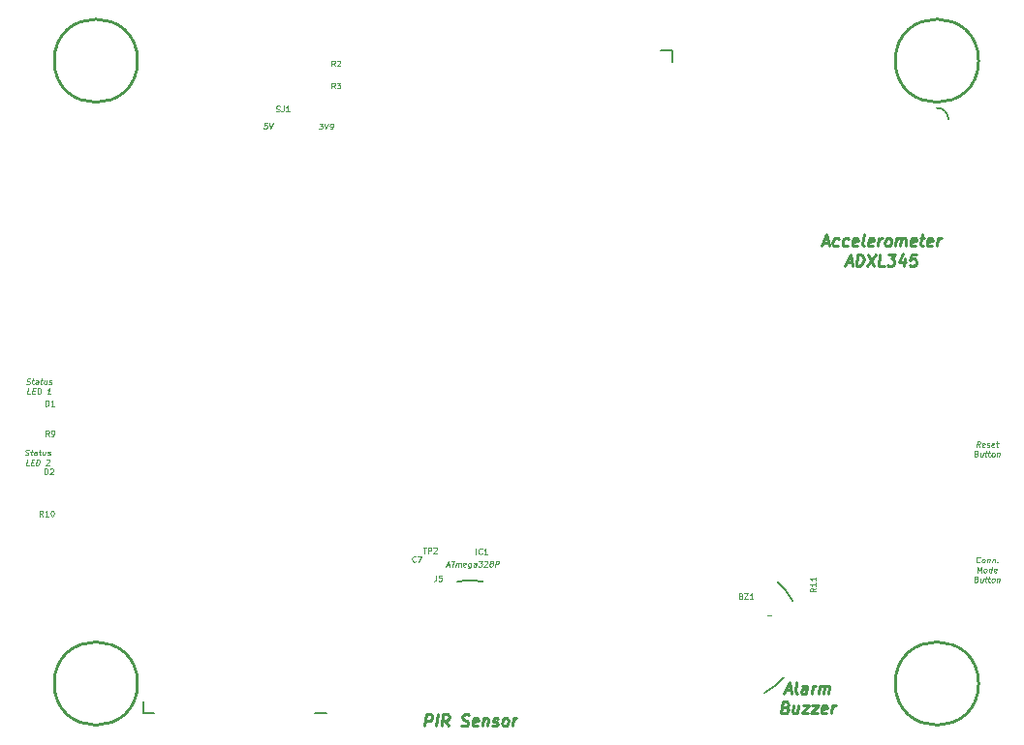
<source format=gbr>
G04 #@! TF.GenerationSoftware,KiCad,Pcbnew,(2017-02-22 revision 4c83b0a94)-master*
G04 #@! TF.CreationDate,2017-05-12T13:52:34+03:00*
G04 #@! TF.ProjectId,T-AIM,542D41494D2E6B696361645F70636200,rev?*
G04 #@! TF.FileFunction,Other,ECO1*
%FSLAX46Y46*%
G04 Gerber Fmt 4.6, Leading zero omitted, Abs format (unit mm)*
G04 Created by KiCad (PCBNEW (2017-02-22 revision 4c83b0a94)-master) date Fri May 12 13:52:34 2017*
%MOMM*%
%LPD*%
G01*
G04 APERTURE LIST*
%ADD92C,0.100000*%
%ADD93C,0.125000*%
%ADD94C,0.200000*%
%ADD95C,0.250000*%
G04 APERTURE END LIST*
D92*
D93*
X146880022Y-64826190D02*
X147189546Y-64826190D01*
X146999069Y-65016666D01*
X147070498Y-65016666D01*
X147115141Y-65040476D01*
X147135974Y-65064285D01*
X147153831Y-65111904D01*
X147138950Y-65230952D01*
X147109188Y-65278571D01*
X147082403Y-65302380D01*
X147031808Y-65326190D01*
X146888950Y-65326190D01*
X146844308Y-65302380D01*
X146823474Y-65278571D01*
X147332403Y-64826190D02*
X147436569Y-65326190D01*
X147665736Y-64826190D01*
X147793712Y-65326190D02*
X147888950Y-65326190D01*
X147939546Y-65302380D01*
X147966331Y-65278571D01*
X148022879Y-65207142D01*
X148058593Y-65111904D01*
X148082403Y-64921428D01*
X148064546Y-64873809D01*
X148043712Y-64850000D01*
X147999069Y-64826190D01*
X147903831Y-64826190D01*
X147853236Y-64850000D01*
X147826450Y-64873809D01*
X147796688Y-64921428D01*
X147781808Y-65040476D01*
X147799665Y-65088095D01*
X147820498Y-65111904D01*
X147865141Y-65135714D01*
X147960379Y-65135714D01*
X148010974Y-65111904D01*
X148037760Y-65088095D01*
X148067522Y-65040476D01*
X142328831Y-64776190D02*
X142090736Y-64776190D01*
X142037165Y-65014285D01*
X142063950Y-64990476D01*
X142114546Y-64966666D01*
X142233593Y-64966666D01*
X142278236Y-64990476D01*
X142299069Y-65014285D01*
X142316927Y-65061904D01*
X142302046Y-65180952D01*
X142272284Y-65228571D01*
X142245498Y-65252380D01*
X142194903Y-65276190D01*
X142075855Y-65276190D01*
X142031212Y-65252380D01*
X142010379Y-65228571D01*
X142495498Y-64776190D02*
X142599665Y-65276190D01*
X142828831Y-64776190D01*
X157979617Y-103461333D02*
X158217712Y-103461333D01*
X157914141Y-103604190D02*
X158143308Y-103104190D01*
X158247474Y-103604190D01*
X158405212Y-103104190D02*
X158690927Y-103104190D01*
X158485569Y-103604190D02*
X158548069Y-103104190D01*
X158795093Y-103604190D02*
X158836760Y-103270857D01*
X158830808Y-103318476D02*
X158857593Y-103294666D01*
X158908188Y-103270857D01*
X158979617Y-103270857D01*
X159024260Y-103294666D01*
X159042117Y-103342285D01*
X159009379Y-103604190D01*
X159042117Y-103342285D02*
X159071879Y-103294666D01*
X159122474Y-103270857D01*
X159193903Y-103270857D01*
X159238546Y-103294666D01*
X159256403Y-103342285D01*
X159223665Y-103604190D01*
X159655212Y-103580380D02*
X159604617Y-103604190D01*
X159509379Y-103604190D01*
X159464736Y-103580380D01*
X159446879Y-103532761D01*
X159470688Y-103342285D01*
X159500450Y-103294666D01*
X159551046Y-103270857D01*
X159646284Y-103270857D01*
X159690927Y-103294666D01*
X159708784Y-103342285D01*
X159702831Y-103389904D01*
X159458784Y-103437523D01*
X160146284Y-103270857D02*
X160095688Y-103675619D01*
X160065927Y-103723238D01*
X160039141Y-103747047D01*
X159988546Y-103770857D01*
X159917117Y-103770857D01*
X159872474Y-103747047D01*
X160107593Y-103580380D02*
X160056998Y-103604190D01*
X159961760Y-103604190D01*
X159917117Y-103580380D01*
X159896284Y-103556571D01*
X159878427Y-103508952D01*
X159896284Y-103366095D01*
X159926046Y-103318476D01*
X159952831Y-103294666D01*
X160003427Y-103270857D01*
X160098665Y-103270857D01*
X160143308Y-103294666D01*
X160556998Y-103604190D02*
X160589736Y-103342285D01*
X160571879Y-103294666D01*
X160527236Y-103270857D01*
X160431998Y-103270857D01*
X160381403Y-103294666D01*
X160559974Y-103580380D02*
X160509379Y-103604190D01*
X160390331Y-103604190D01*
X160345688Y-103580380D01*
X160327831Y-103532761D01*
X160333784Y-103485142D01*
X160363546Y-103437523D01*
X160414141Y-103413714D01*
X160533188Y-103413714D01*
X160583784Y-103389904D01*
X160809974Y-103104190D02*
X161119498Y-103104190D01*
X160929022Y-103294666D01*
X161000450Y-103294666D01*
X161045093Y-103318476D01*
X161065927Y-103342285D01*
X161083784Y-103389904D01*
X161068903Y-103508952D01*
X161039141Y-103556571D01*
X161012355Y-103580380D01*
X160961760Y-103604190D01*
X160818903Y-103604190D01*
X160774260Y-103580380D01*
X160753427Y-103556571D01*
X161304022Y-103151809D02*
X161330808Y-103128000D01*
X161381403Y-103104190D01*
X161500450Y-103104190D01*
X161545093Y-103128000D01*
X161565927Y-103151809D01*
X161583784Y-103199428D01*
X161577831Y-103247047D01*
X161545093Y-103318476D01*
X161223665Y-103604190D01*
X161533188Y-103604190D01*
X161854617Y-103318476D02*
X161809974Y-103294666D01*
X161789141Y-103270857D01*
X161771284Y-103223238D01*
X161774260Y-103199428D01*
X161804022Y-103151809D01*
X161830808Y-103128000D01*
X161881403Y-103104190D01*
X161976641Y-103104190D01*
X162021284Y-103128000D01*
X162042117Y-103151809D01*
X162059974Y-103199428D01*
X162056998Y-103223238D01*
X162027236Y-103270857D01*
X162000450Y-103294666D01*
X161949855Y-103318476D01*
X161854617Y-103318476D01*
X161804022Y-103342285D01*
X161777236Y-103366095D01*
X161747474Y-103413714D01*
X161735569Y-103508952D01*
X161753427Y-103556571D01*
X161774260Y-103580380D01*
X161818903Y-103604190D01*
X161914141Y-103604190D01*
X161964736Y-103580380D01*
X161991522Y-103556571D01*
X162021284Y-103508952D01*
X162033188Y-103413714D01*
X162015331Y-103366095D01*
X161994498Y-103342285D01*
X161949855Y-103318476D01*
X162223665Y-103604190D02*
X162286165Y-103104190D01*
X162476641Y-103104190D01*
X162521284Y-103128000D01*
X162542117Y-103151809D01*
X162559974Y-103199428D01*
X162551046Y-103270857D01*
X162521284Y-103318476D01*
X162494498Y-103342285D01*
X162443903Y-103366095D01*
X162253427Y-103366095D01*
X121156212Y-93839880D02*
X121224665Y-93863690D01*
X121343712Y-93863690D01*
X121394308Y-93839880D01*
X121421093Y-93816071D01*
X121450855Y-93768452D01*
X121456808Y-93720833D01*
X121438950Y-93673214D01*
X121418117Y-93649404D01*
X121373474Y-93625595D01*
X121281212Y-93601785D01*
X121236569Y-93577976D01*
X121215736Y-93554166D01*
X121197879Y-93506547D01*
X121203831Y-93458928D01*
X121233593Y-93411309D01*
X121260379Y-93387500D01*
X121310974Y-93363690D01*
X121430022Y-93363690D01*
X121498474Y-93387500D01*
X121623474Y-93530357D02*
X121813950Y-93530357D01*
X121715736Y-93363690D02*
X121662165Y-93792261D01*
X121680022Y-93839880D01*
X121724665Y-93863690D01*
X121772284Y-93863690D01*
X122153236Y-93863690D02*
X122185974Y-93601785D01*
X122168117Y-93554166D01*
X122123474Y-93530357D01*
X122028236Y-93530357D01*
X121977641Y-93554166D01*
X122156212Y-93839880D02*
X122105617Y-93863690D01*
X121986569Y-93863690D01*
X121941927Y-93839880D01*
X121924069Y-93792261D01*
X121930022Y-93744642D01*
X121959784Y-93697023D01*
X122010379Y-93673214D01*
X122129427Y-93673214D01*
X122180022Y-93649404D01*
X122361569Y-93530357D02*
X122552046Y-93530357D01*
X122453831Y-93363690D02*
X122400260Y-93792261D01*
X122418117Y-93839880D01*
X122462760Y-93863690D01*
X122510379Y-93863690D01*
X122932998Y-93530357D02*
X122891331Y-93863690D01*
X122718712Y-93530357D02*
X122685974Y-93792261D01*
X122703831Y-93839880D01*
X122748474Y-93863690D01*
X122819903Y-93863690D01*
X122870498Y-93839880D01*
X122897284Y-93816071D01*
X123108593Y-93839880D02*
X123153236Y-93863690D01*
X123248474Y-93863690D01*
X123299069Y-93839880D01*
X123328831Y-93792261D01*
X123331808Y-93768452D01*
X123313950Y-93720833D01*
X123269308Y-93697023D01*
X123197879Y-93697023D01*
X123153236Y-93673214D01*
X123135379Y-93625595D01*
X123138355Y-93601785D01*
X123168117Y-93554166D01*
X123218712Y-93530357D01*
X123290141Y-93530357D01*
X123334784Y-93554166D01*
X121486569Y-94738690D02*
X121248474Y-94738690D01*
X121310974Y-94238690D01*
X121685974Y-94476785D02*
X121852641Y-94476785D01*
X121891331Y-94738690D02*
X121653236Y-94738690D01*
X121715736Y-94238690D01*
X121953831Y-94238690D01*
X122105617Y-94738690D02*
X122168117Y-94238690D01*
X122287165Y-94238690D01*
X122355617Y-94262500D01*
X122397284Y-94310119D01*
X122415141Y-94357738D01*
X122427046Y-94452976D01*
X122418117Y-94524404D01*
X122382403Y-94619642D01*
X122352641Y-94667261D01*
X122299069Y-94714880D01*
X122224665Y-94738690D01*
X122105617Y-94738690D01*
X123019308Y-94286309D02*
X123046093Y-94262500D01*
X123096688Y-94238690D01*
X123215736Y-94238690D01*
X123260379Y-94262500D01*
X123281212Y-94286309D01*
X123299069Y-94333928D01*
X123293117Y-94381547D01*
X123260379Y-94452976D01*
X122938950Y-94738690D01*
X123248474Y-94738690D01*
X121281212Y-87614880D02*
X121349665Y-87638690D01*
X121468712Y-87638690D01*
X121519308Y-87614880D01*
X121546093Y-87591071D01*
X121575855Y-87543452D01*
X121581808Y-87495833D01*
X121563950Y-87448214D01*
X121543117Y-87424404D01*
X121498474Y-87400595D01*
X121406212Y-87376785D01*
X121361569Y-87352976D01*
X121340736Y-87329166D01*
X121322879Y-87281547D01*
X121328831Y-87233928D01*
X121358593Y-87186309D01*
X121385379Y-87162500D01*
X121435974Y-87138690D01*
X121555022Y-87138690D01*
X121623474Y-87162500D01*
X121748474Y-87305357D02*
X121938950Y-87305357D01*
X121840736Y-87138690D02*
X121787165Y-87567261D01*
X121805022Y-87614880D01*
X121849665Y-87638690D01*
X121897284Y-87638690D01*
X122278236Y-87638690D02*
X122310974Y-87376785D01*
X122293117Y-87329166D01*
X122248474Y-87305357D01*
X122153236Y-87305357D01*
X122102641Y-87329166D01*
X122281212Y-87614880D02*
X122230617Y-87638690D01*
X122111569Y-87638690D01*
X122066927Y-87614880D01*
X122049069Y-87567261D01*
X122055022Y-87519642D01*
X122084784Y-87472023D01*
X122135379Y-87448214D01*
X122254427Y-87448214D01*
X122305022Y-87424404D01*
X122486569Y-87305357D02*
X122677046Y-87305357D01*
X122578831Y-87138690D02*
X122525260Y-87567261D01*
X122543117Y-87614880D01*
X122587760Y-87638690D01*
X122635379Y-87638690D01*
X123057998Y-87305357D02*
X123016331Y-87638690D01*
X122843712Y-87305357D02*
X122810974Y-87567261D01*
X122828831Y-87614880D01*
X122873474Y-87638690D01*
X122944903Y-87638690D01*
X122995498Y-87614880D01*
X123022284Y-87591071D01*
X123233593Y-87614880D02*
X123278236Y-87638690D01*
X123373474Y-87638690D01*
X123424069Y-87614880D01*
X123453831Y-87567261D01*
X123456808Y-87543452D01*
X123438950Y-87495833D01*
X123394308Y-87472023D01*
X123322879Y-87472023D01*
X123278236Y-87448214D01*
X123260379Y-87400595D01*
X123263355Y-87376785D01*
X123293117Y-87329166D01*
X123343712Y-87305357D01*
X123415141Y-87305357D01*
X123459784Y-87329166D01*
X121611569Y-88513690D02*
X121373474Y-88513690D01*
X121435974Y-88013690D01*
X121810974Y-88251785D02*
X121977641Y-88251785D01*
X122016331Y-88513690D02*
X121778236Y-88513690D01*
X121840736Y-88013690D01*
X122078831Y-88013690D01*
X122230617Y-88513690D02*
X122293117Y-88013690D01*
X122412165Y-88013690D01*
X122480617Y-88037500D01*
X122522284Y-88085119D01*
X122540141Y-88132738D01*
X122552046Y-88227976D01*
X122543117Y-88299404D01*
X122507403Y-88394642D01*
X122477641Y-88442261D01*
X122424069Y-88489880D01*
X122349665Y-88513690D01*
X122230617Y-88513690D01*
X123373474Y-88513690D02*
X123087760Y-88513690D01*
X123230617Y-88513690D02*
X123293117Y-88013690D01*
X123236569Y-88085119D01*
X123182998Y-88132738D01*
X123132403Y-88156547D01*
D94*
X188245500Y-106646690D02*
G75*
G03X186922878Y-104960885I-5322622J-2814195D01*
G01*
X185758181Y-114666450D02*
G75*
G03X187443986Y-113343828I-2814195J5322622D01*
G01*
X161164575Y-104925381D02*
G75*
G03X158925000Y-104925000I-1120589J-4718447D01*
G01*
X146468986Y-116393828D02*
X147518986Y-116393828D01*
X177700581Y-58398141D02*
X176687192Y-58398141D01*
X177700581Y-59411530D02*
X177700581Y-58398141D01*
D95*
X187605282Y-114416666D02*
X188081473Y-114416666D01*
X187474330Y-114702380D02*
X187932663Y-113702380D01*
X188140997Y-114702380D01*
X188617187Y-114702380D02*
X188527901Y-114654761D01*
X188492187Y-114559523D01*
X188599330Y-113702380D01*
X189426711Y-114702380D02*
X189492187Y-114178571D01*
X189456473Y-114083333D01*
X189367187Y-114035714D01*
X189176711Y-114035714D01*
X189075520Y-114083333D01*
X189432663Y-114654761D02*
X189331473Y-114702380D01*
X189093377Y-114702380D01*
X189004092Y-114654761D01*
X188968377Y-114559523D01*
X188980282Y-114464285D01*
X189039806Y-114369047D01*
X189140997Y-114321428D01*
X189379092Y-114321428D01*
X189480282Y-114273809D01*
X189902901Y-114702380D02*
X189986235Y-114035714D01*
X189962425Y-114226190D02*
X190021949Y-114130952D01*
X190075520Y-114083333D01*
X190176711Y-114035714D01*
X190271949Y-114035714D01*
X190521949Y-114702380D02*
X190605282Y-114035714D01*
X190593377Y-114130952D02*
X190646949Y-114083333D01*
X190748139Y-114035714D01*
X190890997Y-114035714D01*
X190980282Y-114083333D01*
X191015997Y-114178571D01*
X190950520Y-114702380D01*
X191015997Y-114178571D02*
X191075520Y-114083333D01*
X191176711Y-114035714D01*
X191319568Y-114035714D01*
X191408854Y-114083333D01*
X191444568Y-114178571D01*
X191379092Y-114702380D01*
X187635044Y-115928571D02*
X187771949Y-115976190D01*
X187813616Y-116023809D01*
X187849330Y-116119047D01*
X187831473Y-116261904D01*
X187771949Y-116357142D01*
X187718377Y-116404761D01*
X187617187Y-116452380D01*
X187236235Y-116452380D01*
X187361235Y-115452380D01*
X187694568Y-115452380D01*
X187783854Y-115500000D01*
X187825520Y-115547619D01*
X187861235Y-115642857D01*
X187849330Y-115738095D01*
X187789806Y-115833333D01*
X187736235Y-115880952D01*
X187635044Y-115928571D01*
X187301711Y-115928571D01*
X188748139Y-115785714D02*
X188664806Y-116452380D01*
X188319568Y-115785714D02*
X188254092Y-116309523D01*
X188289806Y-116404761D01*
X188379092Y-116452380D01*
X188521949Y-116452380D01*
X188623139Y-116404761D01*
X188676711Y-116357142D01*
X189129092Y-115785714D02*
X189652901Y-115785714D01*
X189045758Y-116452380D01*
X189569568Y-116452380D01*
X189938616Y-115785714D02*
X190462425Y-115785714D01*
X189855282Y-116452380D01*
X190379092Y-116452380D01*
X191146949Y-116404761D02*
X191045758Y-116452380D01*
X190855282Y-116452380D01*
X190765997Y-116404761D01*
X190730282Y-116309523D01*
X190777901Y-115928571D01*
X190837425Y-115833333D01*
X190938616Y-115785714D01*
X191129092Y-115785714D01*
X191218377Y-115833333D01*
X191254092Y-115928571D01*
X191242187Y-116023809D01*
X190754092Y-116119047D01*
X191617187Y-116452380D02*
X191700520Y-115785714D01*
X191676711Y-115976190D02*
X191736235Y-115880952D01*
X191789806Y-115833333D01*
X191890997Y-115785714D01*
X191986235Y-115785714D01*
D94*
X131518986Y-116393828D02*
X132447021Y-116393828D01*
X131518986Y-115393828D02*
X131518986Y-116393828D01*
X201850000Y-64475000D02*
G75*
G03X200850000Y-63475000I-1000000J0D01*
G01*
D92*
X204576553Y-93145018D02*
X204439648Y-92906923D01*
X204290839Y-93145018D02*
X204353339Y-92645018D01*
X204543815Y-92645018D01*
X204588458Y-92668828D01*
X204609291Y-92692637D01*
X204627148Y-92740256D01*
X204618220Y-92811685D01*
X204588458Y-92859304D01*
X204561672Y-92883113D01*
X204511077Y-92906923D01*
X204320601Y-92906923D01*
X204984291Y-93121208D02*
X204933696Y-93145018D01*
X204838458Y-93145018D01*
X204793815Y-93121208D01*
X204775958Y-93073589D01*
X204799767Y-92883113D01*
X204829529Y-92835494D01*
X204880125Y-92811685D01*
X204975363Y-92811685D01*
X205020005Y-92835494D01*
X205037863Y-92883113D01*
X205031910Y-92930732D01*
X204787863Y-92978351D01*
X205198577Y-93121208D02*
X205243220Y-93145018D01*
X205338458Y-93145018D01*
X205389053Y-93121208D01*
X205418815Y-93073589D01*
X205421791Y-93049780D01*
X205403934Y-93002161D01*
X205359291Y-92978351D01*
X205287863Y-92978351D01*
X205243220Y-92954542D01*
X205225363Y-92906923D01*
X205228339Y-92883113D01*
X205258101Y-92835494D01*
X205308696Y-92811685D01*
X205380125Y-92811685D01*
X205424767Y-92835494D01*
X205817625Y-93121208D02*
X205767029Y-93145018D01*
X205671791Y-93145018D01*
X205627148Y-93121208D01*
X205609291Y-93073589D01*
X205633101Y-92883113D01*
X205662863Y-92835494D01*
X205713458Y-92811685D01*
X205808696Y-92811685D01*
X205853339Y-92835494D01*
X205871196Y-92883113D01*
X205865244Y-92930732D01*
X205621196Y-92978351D01*
X206022982Y-92811685D02*
X206213458Y-92811685D01*
X206115244Y-92645018D02*
X206061672Y-93073589D01*
X206079529Y-93121208D01*
X206124172Y-93145018D01*
X206171791Y-93145018D01*
X204299767Y-93733113D02*
X204368220Y-93756923D01*
X204389053Y-93780732D01*
X204406910Y-93828351D01*
X204397982Y-93899780D01*
X204368220Y-93947399D01*
X204341434Y-93971208D01*
X204290839Y-93995018D01*
X204100363Y-93995018D01*
X204162863Y-93495018D01*
X204329529Y-93495018D01*
X204374172Y-93518828D01*
X204395005Y-93542637D01*
X204412863Y-93590256D01*
X204406910Y-93637875D01*
X204377148Y-93685494D01*
X204350363Y-93709304D01*
X204299767Y-93733113D01*
X204133101Y-93733113D01*
X204856315Y-93661685D02*
X204814648Y-93995018D01*
X204642029Y-93661685D02*
X204609291Y-93923589D01*
X204627148Y-93971208D01*
X204671791Y-93995018D01*
X204743220Y-93995018D01*
X204793815Y-93971208D01*
X204820601Y-93947399D01*
X205022982Y-93661685D02*
X205213458Y-93661685D01*
X205115244Y-93495018D02*
X205061672Y-93923589D01*
X205079529Y-93971208D01*
X205124172Y-93995018D01*
X205171791Y-93995018D01*
X205308696Y-93661685D02*
X205499172Y-93661685D01*
X205400958Y-93495018D02*
X205347386Y-93923589D01*
X205365244Y-93971208D01*
X205409886Y-93995018D01*
X205457505Y-93995018D01*
X205695601Y-93995018D02*
X205650958Y-93971208D01*
X205630125Y-93947399D01*
X205612267Y-93899780D01*
X205630125Y-93756923D01*
X205659886Y-93709304D01*
X205686672Y-93685494D01*
X205737267Y-93661685D01*
X205808696Y-93661685D01*
X205853339Y-93685494D01*
X205874172Y-93709304D01*
X205892029Y-93756923D01*
X205874172Y-93899780D01*
X205844410Y-93947399D01*
X205817625Y-93971208D01*
X205767029Y-93995018D01*
X205695601Y-93995018D01*
X206118220Y-93661685D02*
X206076553Y-93995018D01*
X206112267Y-93709304D02*
X206139053Y-93685494D01*
X206189648Y-93661685D01*
X206261077Y-93661685D01*
X206305720Y-93685494D01*
X206323577Y-93733113D01*
X206290839Y-93995018D01*
X204558696Y-103214571D02*
X204531910Y-103238380D01*
X204457505Y-103262190D01*
X204409886Y-103262190D01*
X204341434Y-103238380D01*
X204299767Y-103190761D01*
X204281910Y-103143142D01*
X204270005Y-103047904D01*
X204278934Y-102976476D01*
X204314648Y-102881238D01*
X204344410Y-102833619D01*
X204397982Y-102786000D01*
X204472386Y-102762190D01*
X204520005Y-102762190D01*
X204588458Y-102786000D01*
X204609291Y-102809809D01*
X204838458Y-103262190D02*
X204793815Y-103238380D01*
X204772982Y-103214571D01*
X204755125Y-103166952D01*
X204772982Y-103024095D01*
X204802744Y-102976476D01*
X204829529Y-102952666D01*
X204880125Y-102928857D01*
X204951553Y-102928857D01*
X204996196Y-102952666D01*
X205017029Y-102976476D01*
X205034886Y-103024095D01*
X205017029Y-103166952D01*
X204987267Y-103214571D01*
X204960482Y-103238380D01*
X204909886Y-103262190D01*
X204838458Y-103262190D01*
X205261077Y-102928857D02*
X205219410Y-103262190D01*
X205255125Y-102976476D02*
X205281910Y-102952666D01*
X205332505Y-102928857D01*
X205403934Y-102928857D01*
X205448577Y-102952666D01*
X205466434Y-103000285D01*
X205433696Y-103262190D01*
X205713458Y-102928857D02*
X205671791Y-103262190D01*
X205707505Y-102976476D02*
X205734291Y-102952666D01*
X205784886Y-102928857D01*
X205856315Y-102928857D01*
X205900958Y-102952666D01*
X205918815Y-103000285D01*
X205886077Y-103262190D01*
X206130125Y-103214571D02*
X206150958Y-103238380D01*
X206124172Y-103262190D01*
X206103339Y-103238380D01*
X206130125Y-103214571D01*
X206124172Y-103262190D01*
X204362267Y-104112190D02*
X204424767Y-103612190D01*
X204546791Y-103969333D01*
X204758101Y-103612190D01*
X204695601Y-104112190D01*
X205005125Y-104112190D02*
X204960482Y-104088380D01*
X204939648Y-104064571D01*
X204921791Y-104016952D01*
X204939648Y-103874095D01*
X204969410Y-103826476D01*
X204996196Y-103802666D01*
X205046791Y-103778857D01*
X205118220Y-103778857D01*
X205162863Y-103802666D01*
X205183696Y-103826476D01*
X205201553Y-103874095D01*
X205183696Y-104016952D01*
X205153934Y-104064571D01*
X205127148Y-104088380D01*
X205076553Y-104112190D01*
X205005125Y-104112190D01*
X205600363Y-104112190D02*
X205662863Y-103612190D01*
X205603339Y-104088380D02*
X205552744Y-104112190D01*
X205457505Y-104112190D01*
X205412863Y-104088380D01*
X205392029Y-104064571D01*
X205374172Y-104016952D01*
X205392029Y-103874095D01*
X205421791Y-103826476D01*
X205448577Y-103802666D01*
X205499172Y-103778857D01*
X205594410Y-103778857D01*
X205639053Y-103802666D01*
X206031910Y-104088380D02*
X205981315Y-104112190D01*
X205886077Y-104112190D01*
X205841434Y-104088380D01*
X205823577Y-104040761D01*
X205847386Y-103850285D01*
X205877148Y-103802666D01*
X205927744Y-103778857D01*
X206022982Y-103778857D01*
X206067625Y-103802666D01*
X206085482Y-103850285D01*
X206079529Y-103897904D01*
X205835482Y-103945523D01*
X204299767Y-104700285D02*
X204368220Y-104724095D01*
X204389053Y-104747904D01*
X204406910Y-104795523D01*
X204397982Y-104866952D01*
X204368220Y-104914571D01*
X204341434Y-104938380D01*
X204290839Y-104962190D01*
X204100363Y-104962190D01*
X204162863Y-104462190D01*
X204329529Y-104462190D01*
X204374172Y-104486000D01*
X204395005Y-104509809D01*
X204412863Y-104557428D01*
X204406910Y-104605047D01*
X204377148Y-104652666D01*
X204350363Y-104676476D01*
X204299767Y-104700285D01*
X204133101Y-104700285D01*
X204856315Y-104628857D02*
X204814648Y-104962190D01*
X204642029Y-104628857D02*
X204609291Y-104890761D01*
X204627148Y-104938380D01*
X204671791Y-104962190D01*
X204743220Y-104962190D01*
X204793815Y-104938380D01*
X204820601Y-104914571D01*
X205022982Y-104628857D02*
X205213458Y-104628857D01*
X205115244Y-104462190D02*
X205061672Y-104890761D01*
X205079529Y-104938380D01*
X205124172Y-104962190D01*
X205171791Y-104962190D01*
X205308696Y-104628857D02*
X205499172Y-104628857D01*
X205400958Y-104462190D02*
X205347386Y-104890761D01*
X205365244Y-104938380D01*
X205409886Y-104962190D01*
X205457505Y-104962190D01*
X205695601Y-104962190D02*
X205650958Y-104938380D01*
X205630125Y-104914571D01*
X205612267Y-104866952D01*
X205630125Y-104724095D01*
X205659886Y-104676476D01*
X205686672Y-104652666D01*
X205737267Y-104628857D01*
X205808696Y-104628857D01*
X205853339Y-104652666D01*
X205874172Y-104676476D01*
X205892029Y-104724095D01*
X205874172Y-104866952D01*
X205844410Y-104914571D01*
X205817625Y-104938380D01*
X205767029Y-104962190D01*
X205695601Y-104962190D01*
X206118220Y-104628857D02*
X206076553Y-104962190D01*
X206112267Y-104676476D02*
X206139053Y-104652666D01*
X206189648Y-104628857D01*
X206261077Y-104628857D01*
X206305720Y-104652666D01*
X206323577Y-104700285D01*
X206290839Y-104962190D01*
D95*
X156087363Y-117546380D02*
X156212363Y-116546380D01*
X156593316Y-116546380D01*
X156682602Y-116594000D01*
X156724268Y-116641619D01*
X156759983Y-116736857D01*
X156742125Y-116879714D01*
X156682602Y-116974952D01*
X156629030Y-117022571D01*
X156527840Y-117070190D01*
X156146887Y-117070190D01*
X157087363Y-117546380D02*
X157212363Y-116546380D01*
X158134983Y-117546380D02*
X157861173Y-117070190D01*
X157563554Y-117546380D02*
X157688554Y-116546380D01*
X158069506Y-116546380D01*
X158158792Y-116594000D01*
X158200459Y-116641619D01*
X158236173Y-116736857D01*
X158218316Y-116879714D01*
X158158792Y-116974952D01*
X158105221Y-117022571D01*
X158004030Y-117070190D01*
X157623078Y-117070190D01*
X159283792Y-117498761D02*
X159420697Y-117546380D01*
X159658792Y-117546380D01*
X159759983Y-117498761D01*
X159813554Y-117451142D01*
X159873078Y-117355904D01*
X159884983Y-117260666D01*
X159849268Y-117165428D01*
X159807602Y-117117809D01*
X159718316Y-117070190D01*
X159533792Y-117022571D01*
X159444506Y-116974952D01*
X159402840Y-116927333D01*
X159367125Y-116832095D01*
X159379030Y-116736857D01*
X159438554Y-116641619D01*
X159492125Y-116594000D01*
X159593316Y-116546380D01*
X159831411Y-116546380D01*
X159968316Y-116594000D01*
X160664744Y-117498761D02*
X160563554Y-117546380D01*
X160373078Y-117546380D01*
X160283792Y-117498761D01*
X160248078Y-117403523D01*
X160295697Y-117022571D01*
X160355221Y-116927333D01*
X160456411Y-116879714D01*
X160646887Y-116879714D01*
X160736173Y-116927333D01*
X160771887Y-117022571D01*
X160759983Y-117117809D01*
X160271887Y-117213047D01*
X161218316Y-116879714D02*
X161134983Y-117546380D01*
X161206411Y-116974952D02*
X161259983Y-116927333D01*
X161361173Y-116879714D01*
X161504030Y-116879714D01*
X161593316Y-116927333D01*
X161629030Y-117022571D01*
X161563554Y-117546380D01*
X161998078Y-117498761D02*
X162087363Y-117546380D01*
X162277840Y-117546380D01*
X162379030Y-117498761D01*
X162438554Y-117403523D01*
X162444506Y-117355904D01*
X162408792Y-117260666D01*
X162319506Y-117213047D01*
X162176649Y-117213047D01*
X162087363Y-117165428D01*
X162051649Y-117070190D01*
X162057602Y-117022571D01*
X162117125Y-116927333D01*
X162218316Y-116879714D01*
X162361173Y-116879714D01*
X162450459Y-116927333D01*
X162992125Y-117546380D02*
X162902840Y-117498761D01*
X162861173Y-117451142D01*
X162825459Y-117355904D01*
X162861173Y-117070190D01*
X162920697Y-116974952D01*
X162974268Y-116927333D01*
X163075459Y-116879714D01*
X163218316Y-116879714D01*
X163307602Y-116927333D01*
X163349268Y-116974952D01*
X163384983Y-117070190D01*
X163349268Y-117355904D01*
X163289744Y-117451142D01*
X163236173Y-117498761D01*
X163134983Y-117546380D01*
X162992125Y-117546380D01*
X163754030Y-117546380D02*
X163837363Y-116879714D01*
X163813554Y-117070190D02*
X163873078Y-116974952D01*
X163926649Y-116927333D01*
X164027840Y-116879714D01*
X164123078Y-116879714D01*
X190882602Y-75260494D02*
X191358792Y-75260494D01*
X190751649Y-75546208D02*
X191209983Y-74546208D01*
X191418316Y-75546208D01*
X192186173Y-75498589D02*
X192084983Y-75546208D01*
X191894506Y-75546208D01*
X191805221Y-75498589D01*
X191763554Y-75450970D01*
X191727840Y-75355732D01*
X191763554Y-75070018D01*
X191823078Y-74974780D01*
X191876649Y-74927161D01*
X191977840Y-74879542D01*
X192168316Y-74879542D01*
X192257602Y-74927161D01*
X193043316Y-75498589D02*
X192942125Y-75546208D01*
X192751649Y-75546208D01*
X192662363Y-75498589D01*
X192620697Y-75450970D01*
X192584983Y-75355732D01*
X192620697Y-75070018D01*
X192680221Y-74974780D01*
X192733792Y-74927161D01*
X192834983Y-74879542D01*
X193025459Y-74879542D01*
X193114744Y-74927161D01*
X193852840Y-75498589D02*
X193751649Y-75546208D01*
X193561173Y-75546208D01*
X193471887Y-75498589D01*
X193436173Y-75403351D01*
X193483792Y-75022399D01*
X193543316Y-74927161D01*
X193644506Y-74879542D01*
X193834983Y-74879542D01*
X193924268Y-74927161D01*
X193959983Y-75022399D01*
X193948078Y-75117637D01*
X193459983Y-75212875D01*
X194465935Y-75546208D02*
X194376649Y-75498589D01*
X194340935Y-75403351D01*
X194448078Y-74546208D01*
X195233792Y-75498589D02*
X195132602Y-75546208D01*
X194942125Y-75546208D01*
X194852840Y-75498589D01*
X194817125Y-75403351D01*
X194864744Y-75022399D01*
X194924268Y-74927161D01*
X195025459Y-74879542D01*
X195215935Y-74879542D01*
X195305221Y-74927161D01*
X195340935Y-75022399D01*
X195329030Y-75117637D01*
X194840935Y-75212875D01*
X195704030Y-75546208D02*
X195787363Y-74879542D01*
X195763554Y-75070018D02*
X195823078Y-74974780D01*
X195876649Y-74927161D01*
X195977840Y-74879542D01*
X196073078Y-74879542D01*
X196465935Y-75546208D02*
X196376649Y-75498589D01*
X196334983Y-75450970D01*
X196299268Y-75355732D01*
X196334983Y-75070018D01*
X196394506Y-74974780D01*
X196448078Y-74927161D01*
X196549268Y-74879542D01*
X196692125Y-74879542D01*
X196781411Y-74927161D01*
X196823078Y-74974780D01*
X196858792Y-75070018D01*
X196823078Y-75355732D01*
X196763554Y-75450970D01*
X196709983Y-75498589D01*
X196608792Y-75546208D01*
X196465935Y-75546208D01*
X197227840Y-75546208D02*
X197311173Y-74879542D01*
X197299268Y-74974780D02*
X197352840Y-74927161D01*
X197454030Y-74879542D01*
X197596887Y-74879542D01*
X197686173Y-74927161D01*
X197721887Y-75022399D01*
X197656411Y-75546208D01*
X197721887Y-75022399D02*
X197781411Y-74927161D01*
X197882602Y-74879542D01*
X198025459Y-74879542D01*
X198114744Y-74927161D01*
X198150459Y-75022399D01*
X198084983Y-75546208D01*
X198948078Y-75498589D02*
X198846887Y-75546208D01*
X198656411Y-75546208D01*
X198567125Y-75498589D01*
X198531411Y-75403351D01*
X198579030Y-75022399D01*
X198638554Y-74927161D01*
X198739744Y-74879542D01*
X198930221Y-74879542D01*
X199019506Y-74927161D01*
X199055221Y-75022399D01*
X199043316Y-75117637D01*
X198555221Y-75212875D01*
X199358792Y-74879542D02*
X199739744Y-74879542D01*
X199543316Y-74546208D02*
X199436173Y-75403351D01*
X199471887Y-75498589D01*
X199561173Y-75546208D01*
X199656411Y-75546208D01*
X200376649Y-75498589D02*
X200275459Y-75546208D01*
X200084983Y-75546208D01*
X199995697Y-75498589D01*
X199959983Y-75403351D01*
X200007602Y-75022399D01*
X200067125Y-74927161D01*
X200168316Y-74879542D01*
X200358792Y-74879542D01*
X200448078Y-74927161D01*
X200483792Y-75022399D01*
X200471887Y-75117637D01*
X199983792Y-75212875D01*
X200846887Y-75546208D02*
X200930221Y-74879542D01*
X200906411Y-75070018D02*
X200965935Y-74974780D01*
X201019506Y-74927161D01*
X201120697Y-74879542D01*
X201215935Y-74879542D01*
X192930221Y-77010494D02*
X193406411Y-77010494D01*
X192799268Y-77296208D02*
X193257602Y-76296208D01*
X193465935Y-77296208D01*
X193799268Y-77296208D02*
X193924268Y-76296208D01*
X194162363Y-76296208D01*
X194299268Y-76343828D01*
X194382602Y-76439066D01*
X194418316Y-76534304D01*
X194442125Y-76724780D01*
X194424268Y-76867637D01*
X194352840Y-77058113D01*
X194293316Y-77153351D01*
X194186173Y-77248589D01*
X194037363Y-77296208D01*
X193799268Y-77296208D01*
X194829030Y-76296208D02*
X195370697Y-77296208D01*
X195495697Y-76296208D02*
X194704030Y-77296208D01*
X196227840Y-77296208D02*
X195751649Y-77296208D01*
X195876649Y-76296208D01*
X196590935Y-76296208D02*
X197209983Y-76296208D01*
X196829030Y-76677161D01*
X196971887Y-76677161D01*
X197061173Y-76724780D01*
X197102840Y-76772399D01*
X197138554Y-76867637D01*
X197108792Y-77105732D01*
X197049268Y-77200970D01*
X196995697Y-77248589D01*
X196894506Y-77296208D01*
X196608792Y-77296208D01*
X196519506Y-77248589D01*
X196477840Y-77200970D01*
X198025459Y-76629542D02*
X197942125Y-77296208D01*
X197834983Y-76248589D02*
X197507602Y-76962875D01*
X198126649Y-76962875D01*
X199067125Y-76296208D02*
X198590935Y-76296208D01*
X198483792Y-76772399D01*
X198537363Y-76724780D01*
X198638554Y-76677161D01*
X198876649Y-76677161D01*
X198965935Y-76724780D01*
X199007602Y-76772399D01*
X199043316Y-76867637D01*
X199013554Y-77105732D01*
X198954030Y-77200970D01*
X198900459Y-77248589D01*
X198799268Y-77296208D01*
X198561173Y-77296208D01*
X198471887Y-77248589D01*
X198430221Y-77200970D01*
X204484041Y-113843828D02*
G75*
G03X204484041Y-113843828I-3640055J0D01*
G01*
X130984041Y-113843828D02*
G75*
G03X130984041Y-113843828I-3640055J0D01*
G01*
X130984041Y-59343828D02*
G75*
G03X130984041Y-59343828I-3640055J0D01*
G01*
X204484041Y-59343828D02*
G75*
G03X204484041Y-59343828I-3640055J0D01*
G01*
D92*
X160561904Y-102526190D02*
X160561904Y-102026190D01*
X161085714Y-102478571D02*
X161061904Y-102502380D01*
X160990476Y-102526190D01*
X160942857Y-102526190D01*
X160871428Y-102502380D01*
X160823809Y-102454761D01*
X160800000Y-102407142D01*
X160776190Y-102311904D01*
X160776190Y-102240476D01*
X160800000Y-102145238D01*
X160823809Y-102097619D01*
X160871428Y-102050000D01*
X160942857Y-102026190D01*
X160990476Y-102026190D01*
X161061904Y-102050000D01*
X161085714Y-102073809D01*
X161561904Y-102526190D02*
X161276190Y-102526190D01*
X161419047Y-102526190D02*
X161419047Y-102026190D01*
X161371428Y-102097619D01*
X161323809Y-102145238D01*
X161276190Y-102169047D01*
X157059333Y-104374190D02*
X157059333Y-104731333D01*
X157035523Y-104802761D01*
X156987904Y-104850380D01*
X156916476Y-104874190D01*
X156868857Y-104874190D01*
X157535523Y-104374190D02*
X157297428Y-104374190D01*
X157273619Y-104612285D01*
X157297428Y-104588476D01*
X157345047Y-104564666D01*
X157464095Y-104564666D01*
X157511714Y-104588476D01*
X157535523Y-104612285D01*
X157559333Y-104659904D01*
X157559333Y-104778952D01*
X157535523Y-104826571D01*
X157511714Y-104850380D01*
X157464095Y-104874190D01*
X157345047Y-104874190D01*
X157297428Y-104850380D01*
X157273619Y-104826571D01*
X155919047Y-101926190D02*
X156204761Y-101926190D01*
X156061904Y-102426190D02*
X156061904Y-101926190D01*
X156371428Y-102426190D02*
X156371428Y-101926190D01*
X156561904Y-101926190D01*
X156609523Y-101950000D01*
X156633333Y-101973809D01*
X156657142Y-102021428D01*
X156657142Y-102092857D01*
X156633333Y-102140476D01*
X156609523Y-102164285D01*
X156561904Y-102188095D01*
X156371428Y-102188095D01*
X156847619Y-101973809D02*
X156871428Y-101950000D01*
X156919047Y-101926190D01*
X157038095Y-101926190D01*
X157085714Y-101950000D01*
X157109523Y-101973809D01*
X157133333Y-102021428D01*
X157133333Y-102069047D01*
X157109523Y-102140476D01*
X156823809Y-102426190D01*
X157133333Y-102426190D01*
X148241666Y-61776190D02*
X148075000Y-61538095D01*
X147955952Y-61776190D02*
X147955952Y-61276190D01*
X148146428Y-61276190D01*
X148194047Y-61300000D01*
X148217857Y-61323809D01*
X148241666Y-61371428D01*
X148241666Y-61442857D01*
X148217857Y-61490476D01*
X148194047Y-61514285D01*
X148146428Y-61538095D01*
X147955952Y-61538095D01*
X148408333Y-61276190D02*
X148717857Y-61276190D01*
X148551190Y-61466666D01*
X148622619Y-61466666D01*
X148670238Y-61490476D01*
X148694047Y-61514285D01*
X148717857Y-61561904D01*
X148717857Y-61680952D01*
X148694047Y-61728571D01*
X148670238Y-61752380D01*
X148622619Y-61776190D01*
X148479761Y-61776190D01*
X148432142Y-61752380D01*
X148408333Y-61728571D01*
X183709523Y-106178113D02*
X183780952Y-106201923D01*
X183804761Y-106225732D01*
X183828571Y-106273351D01*
X183828571Y-106344780D01*
X183804761Y-106392399D01*
X183780952Y-106416208D01*
X183733333Y-106440018D01*
X183542857Y-106440018D01*
X183542857Y-105940018D01*
X183709523Y-105940018D01*
X183757142Y-105963828D01*
X183780952Y-105987637D01*
X183804761Y-106035256D01*
X183804761Y-106082875D01*
X183780952Y-106130494D01*
X183757142Y-106154304D01*
X183709523Y-106178113D01*
X183542857Y-106178113D01*
X183995238Y-105940018D02*
X184328571Y-105940018D01*
X183995238Y-106440018D01*
X184328571Y-106440018D01*
X184780952Y-106440018D02*
X184495238Y-106440018D01*
X184638095Y-106440018D02*
X184638095Y-105940018D01*
X184590476Y-106011447D01*
X184542857Y-106059066D01*
X184495238Y-106082875D01*
X185983509Y-107849542D02*
X186364462Y-107849542D01*
X143103571Y-63777380D02*
X143175000Y-63801190D01*
X143294047Y-63801190D01*
X143341666Y-63777380D01*
X143365476Y-63753571D01*
X143389285Y-63705952D01*
X143389285Y-63658333D01*
X143365476Y-63610714D01*
X143341666Y-63586904D01*
X143294047Y-63563095D01*
X143198809Y-63539285D01*
X143151190Y-63515476D01*
X143127380Y-63491666D01*
X143103571Y-63444047D01*
X143103571Y-63396428D01*
X143127380Y-63348809D01*
X143151190Y-63325000D01*
X143198809Y-63301190D01*
X143317857Y-63301190D01*
X143389285Y-63325000D01*
X143746428Y-63301190D02*
X143746428Y-63658333D01*
X143722619Y-63729761D01*
X143675000Y-63777380D01*
X143603571Y-63801190D01*
X143555952Y-63801190D01*
X144246428Y-63801190D02*
X143960714Y-63801190D01*
X144103571Y-63801190D02*
X144103571Y-63301190D01*
X144055952Y-63372619D01*
X144008333Y-63420238D01*
X143960714Y-63444047D01*
X155291666Y-103153571D02*
X155267857Y-103177380D01*
X155196428Y-103201190D01*
X155148809Y-103201190D01*
X155077380Y-103177380D01*
X155029761Y-103129761D01*
X155005952Y-103082142D01*
X154982142Y-102986904D01*
X154982142Y-102915476D01*
X155005952Y-102820238D01*
X155029761Y-102772619D01*
X155077380Y-102725000D01*
X155148809Y-102701190D01*
X155196428Y-102701190D01*
X155267857Y-102725000D01*
X155291666Y-102748809D01*
X155458333Y-102701190D02*
X155791666Y-102701190D01*
X155577380Y-103201190D01*
X122930952Y-89551190D02*
X122930952Y-89051190D01*
X123050000Y-89051190D01*
X123121428Y-89075000D01*
X123169047Y-89122619D01*
X123192857Y-89170238D01*
X123216666Y-89265476D01*
X123216666Y-89336904D01*
X123192857Y-89432142D01*
X123169047Y-89479761D01*
X123121428Y-89527380D01*
X123050000Y-89551190D01*
X122930952Y-89551190D01*
X123692857Y-89551190D02*
X123407142Y-89551190D01*
X123550000Y-89551190D02*
X123550000Y-89051190D01*
X123502380Y-89122619D01*
X123454761Y-89170238D01*
X123407142Y-89194047D01*
X122855952Y-95526190D02*
X122855952Y-95026190D01*
X122975000Y-95026190D01*
X123046428Y-95050000D01*
X123094047Y-95097619D01*
X123117857Y-95145238D01*
X123141666Y-95240476D01*
X123141666Y-95311904D01*
X123117857Y-95407142D01*
X123094047Y-95454761D01*
X123046428Y-95502380D01*
X122975000Y-95526190D01*
X122855952Y-95526190D01*
X123332142Y-95073809D02*
X123355952Y-95050000D01*
X123403571Y-95026190D01*
X123522619Y-95026190D01*
X123570238Y-95050000D01*
X123594047Y-95073809D01*
X123617857Y-95121428D01*
X123617857Y-95169047D01*
X123594047Y-95240476D01*
X123308333Y-95526190D01*
X123617857Y-95526190D01*
X148241666Y-59826190D02*
X148075000Y-59588095D01*
X147955952Y-59826190D02*
X147955952Y-59326190D01*
X148146428Y-59326190D01*
X148194047Y-59350000D01*
X148217857Y-59373809D01*
X148241666Y-59421428D01*
X148241666Y-59492857D01*
X148217857Y-59540476D01*
X148194047Y-59564285D01*
X148146428Y-59588095D01*
X147955952Y-59588095D01*
X148432142Y-59373809D02*
X148455952Y-59350000D01*
X148503571Y-59326190D01*
X148622619Y-59326190D01*
X148670238Y-59350000D01*
X148694047Y-59373809D01*
X148717857Y-59421428D01*
X148717857Y-59469047D01*
X148694047Y-59540476D01*
X148408333Y-59826190D01*
X148717857Y-59826190D01*
X123241666Y-92201190D02*
X123075000Y-91963095D01*
X122955952Y-92201190D02*
X122955952Y-91701190D01*
X123146428Y-91701190D01*
X123194047Y-91725000D01*
X123217857Y-91748809D01*
X123241666Y-91796428D01*
X123241666Y-91867857D01*
X123217857Y-91915476D01*
X123194047Y-91939285D01*
X123146428Y-91963095D01*
X122955952Y-91963095D01*
X123479761Y-92201190D02*
X123575000Y-92201190D01*
X123622619Y-92177380D01*
X123646428Y-92153571D01*
X123694047Y-92082142D01*
X123717857Y-91986904D01*
X123717857Y-91796428D01*
X123694047Y-91748809D01*
X123670238Y-91725000D01*
X123622619Y-91701190D01*
X123527380Y-91701190D01*
X123479761Y-91725000D01*
X123455952Y-91748809D01*
X123432142Y-91796428D01*
X123432142Y-91915476D01*
X123455952Y-91963095D01*
X123479761Y-91986904D01*
X123527380Y-92010714D01*
X123622619Y-92010714D01*
X123670238Y-91986904D01*
X123694047Y-91963095D01*
X123717857Y-91915476D01*
X122728571Y-99201190D02*
X122561904Y-98963095D01*
X122442857Y-99201190D02*
X122442857Y-98701190D01*
X122633333Y-98701190D01*
X122680952Y-98725000D01*
X122704761Y-98748809D01*
X122728571Y-98796428D01*
X122728571Y-98867857D01*
X122704761Y-98915476D01*
X122680952Y-98939285D01*
X122633333Y-98963095D01*
X122442857Y-98963095D01*
X123204761Y-99201190D02*
X122919047Y-99201190D01*
X123061904Y-99201190D02*
X123061904Y-98701190D01*
X123014285Y-98772619D01*
X122966666Y-98820238D01*
X122919047Y-98844047D01*
X123514285Y-98701190D02*
X123561904Y-98701190D01*
X123609523Y-98725000D01*
X123633333Y-98748809D01*
X123657142Y-98796428D01*
X123680952Y-98891666D01*
X123680952Y-99010714D01*
X123657142Y-99105952D01*
X123633333Y-99153571D01*
X123609523Y-99177380D01*
X123561904Y-99201190D01*
X123514285Y-99201190D01*
X123466666Y-99177380D01*
X123442857Y-99153571D01*
X123419047Y-99105952D01*
X123395238Y-99010714D01*
X123395238Y-98891666D01*
X123419047Y-98796428D01*
X123442857Y-98748809D01*
X123466666Y-98725000D01*
X123514285Y-98701190D01*
X190276190Y-105496428D02*
X190038095Y-105663095D01*
X190276190Y-105782142D02*
X189776190Y-105782142D01*
X189776190Y-105591666D01*
X189800000Y-105544047D01*
X189823809Y-105520238D01*
X189871428Y-105496428D01*
X189942857Y-105496428D01*
X189990476Y-105520238D01*
X190014285Y-105544047D01*
X190038095Y-105591666D01*
X190038095Y-105782142D01*
X190276190Y-105020238D02*
X190276190Y-105305952D01*
X190276190Y-105163095D02*
X189776190Y-105163095D01*
X189847619Y-105210714D01*
X189895238Y-105258333D01*
X189919047Y-105305952D01*
X190276190Y-104544047D02*
X190276190Y-104829761D01*
X190276190Y-104686904D02*
X189776190Y-104686904D01*
X189847619Y-104734523D01*
X189895238Y-104782142D01*
X189919047Y-104829761D01*
M02*

</source>
